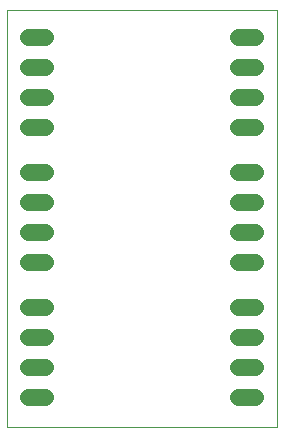
<source format=gbl>
G75*
%MOIN*%
%OFA0B0*%
%FSLAX25Y25*%
%IPPOS*%
%LPD*%
%AMOC8*
5,1,8,0,0,1.08239X$1,22.5*
%
%ADD10C,0.00000*%
%ADD11C,0.05600*%
D10*
X0004167Y0001000D02*
X0004167Y0139701D01*
X0094088Y0139701D01*
X0094088Y0001000D01*
X0004167Y0001000D01*
D11*
X0011367Y0011000D02*
X0016967Y0011000D01*
X0016967Y0021000D02*
X0011367Y0021000D01*
X0011367Y0031000D02*
X0016967Y0031000D01*
X0016967Y0041000D02*
X0011367Y0041000D01*
X0011367Y0056000D02*
X0016967Y0056000D01*
X0016967Y0066000D02*
X0011367Y0066000D01*
X0011367Y0076000D02*
X0016967Y0076000D01*
X0016967Y0086000D02*
X0011367Y0086000D01*
X0011367Y0101000D02*
X0016967Y0101000D01*
X0016967Y0111000D02*
X0011367Y0111000D01*
X0011367Y0121000D02*
X0016967Y0121000D01*
X0016967Y0131000D02*
X0011367Y0131000D01*
X0081367Y0131000D02*
X0086967Y0131000D01*
X0086967Y0121000D02*
X0081367Y0121000D01*
X0081367Y0111000D02*
X0086967Y0111000D01*
X0086967Y0101000D02*
X0081367Y0101000D01*
X0081367Y0086000D02*
X0086967Y0086000D01*
X0086967Y0076000D02*
X0081367Y0076000D01*
X0081367Y0066000D02*
X0086967Y0066000D01*
X0086967Y0056000D02*
X0081367Y0056000D01*
X0081367Y0041000D02*
X0086967Y0041000D01*
X0086967Y0031000D02*
X0081367Y0031000D01*
X0081367Y0021000D02*
X0086967Y0021000D01*
X0086967Y0011000D02*
X0081367Y0011000D01*
M02*

</source>
